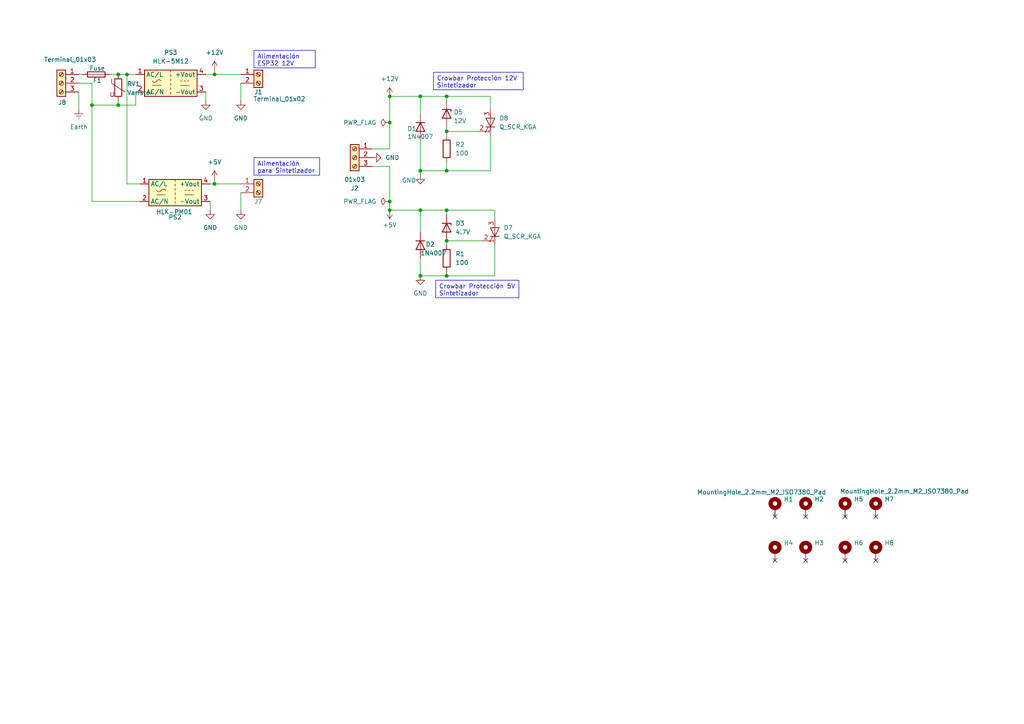
<source format=kicad_sch>
(kicad_sch (version 20250114) (generator "eeschema") (generator_version "9.0")
  (paper "A4")
  (lib_symbols
    (symbol "Connector:Screw_Terminal_01x02" (pin_names (offset 1.016) (hide yes))
      (property "Reference" "J" (at 0 2.54 0))
      (property "Value" "Screw_Terminal_01x02" (at 0 -5.08 0))
      (symbol "Screw_Terminal_01x02_1_1"
        (rectangle (start -1.27 1.27) (end 1.27 -3.81) (stroke (width 0.254)) (fill (type background)))
        (polyline (pts (xy -0.5334 0.3302) (xy 0.3302 -0.508)) (stroke (width 0.1524)))
        (polyline (pts (xy -0.5334 -2.2098) (xy 0.3302 -3.048)) (stroke (width 0.1524)))
        (polyline (pts (xy -0.3556 0.508) (xy 0.508 -0.3302)) (stroke (width 0.1524)))
        (polyline (pts (xy -0.3556 -2.032) (xy 0.508 -2.8702)) (stroke (width 0.1524)))
        (circle (center 0 0) (radius 0.635) (stroke (width 0.1524)))
        (circle (center 0 -2.54) (radius 0.635) (stroke (width 0.1524)))
        (pin passive line (at -5.08 0 0) (length 3.81) (name "Pin_1") (number "1"))
        (pin passive line (at -5.08 -2.54 0) (length 3.81) (name "Pin_2") (number "2"))
      )
    )
    (symbol "Connector:Screw_Terminal_01x03" (pin_names (offset 1.016) (hide yes))
      (property "Reference" "J" (at 0 5.08 0))
      (property "Value" "Screw_Terminal_01x03" (at 0 -5.08 0))
      (symbol "Screw_Terminal_01x03_1_1"
        (rectangle (start -1.27 3.81) (end 1.27 -3.81) (stroke (width 0.254)) (fill (type background)))
        (polyline (pts (xy -0.5334 2.8702) (xy 0.3302 2.032)) (stroke (width 0.1524)))
        (polyline (pts (xy -0.5334 0.3302) (xy 0.3302 -0.508)) (stroke (width 0.1524)))
        (polyline (pts (xy -0.5334 -2.2098) (xy 0.3302 -3.048)) (stroke (width 0.1524)))
        (polyline (pts (xy -0.3556 3.048) (xy 0.508 2.2098)) (stroke (width 0.1524)))
        (polyline (pts (xy -0.3556 0.508) (xy 0.508 -0.3302)) (stroke (width 0.1524)))
        (polyline (pts (xy -0.3556 -2.032) (xy 0.508 -2.8702)) (stroke (width 0.1524)))
        (circle (center 0 2.54) (radius 0.635) (stroke (width 0.1524)))
        (circle (center 0 0) (radius 0.635) (stroke (width 0.1524)))
        (circle (center 0 -2.54) (radius 0.635) (stroke (width 0.1524)))
        (pin passive line (at -5.08 2.54 0) (length 3.81) (name "Pin_1") (number "1"))
        (pin passive line (at -5.08 0 0) (length 3.81) (name "Pin_2") (number "2"))
        (pin passive line (at -5.08 -2.54 0) (length 3.81) (name "Pin_3") (number "3"))
      )
    )
    (symbol "Converter_ACDC:HLK-5M12"
      (property "Reference" "PS" (at 0 5.08 0))
      (property "Value" "HLK-5M12" (at 0 -5.08 0))
      (symbol "HLK-5M12_0_1"
        (rectangle (start -7.62 3.81) (end 7.62 -3.81) (stroke (width 0.254)) (fill (type background)))
        (polyline (pts (xy -5.334 -0.635) (xy -2.794 -0.635)))
        (arc (start -4.064 0.635) (mid -4.699 0.2495) (end -5.334 0.635))
        (arc (start -4.064 0.635) (mid -3.429 1.0072) (end -2.794 0.635))
        (polyline (pts (xy 0 3.81) (xy 0 3.175)))
        (polyline (pts (xy 0 2.54) (xy 0 1.905)))
        (polyline (pts (xy 0 1.27) (xy 0 0.635)))
        (polyline (pts (xy 0 0) (xy 0 -0.635)))
        (polyline (pts (xy 0 -1.27) (xy 0 -1.905)))
        (polyline (pts (xy 0 -2.54) (xy 0 -3.175)))
        (polyline (pts (xy 2.794 0.635) (xy 3.302 0.635)))
        (polyline (pts (xy 2.794 -0.635) (xy 5.334 -0.635)))
        (polyline (pts (xy 3.81 0.635) (xy 4.318 0.635)))
        (polyline (pts (xy 4.826 0.635) (xy 5.334 0.635)))
      )
      (symbol "HLK-5M12_1_1"
        (pin power_in line (at -10.16 2.54 0) (length 2.54) (name "AC/L") (number "1"))
        (pin power_in line (at -10.16 -2.54 0) (length 2.54) (name "AC/N") (number "2"))
        (pin power_out line (at 10.16 2.54 180) (length 2.54) (name "+Vout") (number "4"))
        (pin power_out line (at 10.16 -2.54 180) (length 2.54) (name "-Vout") (number "3"))
      )
    )
    (symbol "Converter_ACDC:HLK-PM01"
      (property "Reference" "PS" (at 0 5.08 0))
      (property "Value" "HLK-PM01" (at 0 -5.08 0))
      (symbol "HLK-PM01_0_1"
        (rectangle (start -7.62 3.81) (end 7.62 -3.81) (stroke (width 0.254)) (fill (type background)))
        (polyline (pts (xy -5.334 -0.635) (xy -2.794 -0.635)))
        (arc (start -4.064 0.635) (mid -4.699 0.2495) (end -5.334 0.635))
        (arc (start -4.064 0.635) (mid -3.429 1.0072) (end -2.794 0.635))
        (polyline (pts (xy 0 3.81) (xy 0 3.175)))
        (polyline (pts (xy 0 2.54) (xy 0 1.905)))
        (polyline (pts (xy 0 1.27) (xy 0 0.635)))
        (polyline (pts (xy 0 0) (xy 0 -0.635)))
        (polyline (pts (xy 0 -1.27) (xy 0 -1.905)))
        (polyline (pts (xy 0 -2.54) (xy 0 -3.175)))
        (polyline (pts (xy 2.794 0.635) (xy 3.302 0.635)))
        (polyline (pts (xy 2.794 -0.635) (xy 5.334 -0.635)))
        (polyline (pts (xy 3.81 0.635) (xy 4.318 0.635)))
        (polyline (pts (xy 4.826 0.635) (xy 5.334 0.635)))
      )
      (symbol "HLK-PM01_1_1"
        (pin power_in line (at -10.16 2.54 0) (length 2.54) (name "AC/L") (number "1"))
        (pin power_in line (at -10.16 -2.54 0) (length 2.54) (name "AC/N") (number "2"))
        (pin power_out line (at 10.16 2.54 180) (length 2.54) (name "+Vout") (number "4"))
        (pin power_out line (at 10.16 -2.54 180) (length 2.54) (name "-Vout") (number "3"))
      )
    )
    (symbol "Device:Fuse" (pin_numbers (hide yes)) (pin_names (offset 0))
      (property "Reference" "F" (at 2.032 0 90))
      (property "Value" "Fuse" (at -1.905 0 90))
      (symbol "Fuse_0_1"
        (rectangle (start -0.762 -2.54) (end 0.762 2.54) (stroke (width 0.254)))
        (polyline (pts (xy 0 2.54) (xy 0 -2.54)))
      )
      (symbol "Fuse_1_1"
        (pin passive line (at 0 3.81 270) (length 1.27) (name "~") (number "1"))
        (pin passive line (at 0 -3.81 90) (length 1.27) (name "~") (number "2"))
      )
    )
    (symbol "Device:Q_SCR_KGA" (pin_names (offset 0) (hide yes))
      (property "Reference" "D" (at 1.905 0.635 0))
      (property "Value" "Q_SCR_KGA" (at 1.905 -1.27 0))
      (symbol "Q_SCR_KGA_0_1"
        (polyline (pts (xy -1.27 1.27) (xy 1.27 1.27) (xy 0 -1.27) (xy -1.27 1.27)) (stroke (width 0.2032)))
        (polyline (pts (xy -1.27 -1.27) (xy 1.27 -1.27)) (stroke (width 0.2032)))
        (polyline (pts (xy -1.27 -2.54) (xy -0.635 -1.27)))
        (polyline (pts (xy 0 -2.54) (xy 0 2.54)))
      )
      (symbol "Q_SCR_KGA_1_1"
        (pin input line (at -3.81 -2.54 0) (length 2.54) (name "G") (number "2"))
        (pin passive line (at 0 3.81 270) (length 2.54) (name "A") (number "3"))
        (pin passive line (at 0 -3.81 90) (length 2.54) (name "K") (number "1"))
      )
    )
    (symbol "Device:R" (pin_numbers (hide yes)) (pin_names (offset 0))
      (property "Reference" "R" (at 2.032 0 90))
      (property "Value" "R" (at 0 0 90))
      (symbol "R_0_1"
        (rectangle (start -1.016 -2.54) (end 1.016 2.54) (stroke (width 0.254)))
      )
      (symbol "R_1_1"
        (pin passive line (at 0 3.81 270) (length 1.27) (name "~") (number "1"))
        (pin passive line (at 0 -3.81 90) (length 1.27) (name "~") (number "2"))
      )
    )
    (symbol "Device:Varistor" (pin_numbers (hide yes)) (pin_names (offset 0))
      (property "Reference" "RV" (at 3.175 0 90))
      (property "Value" "Varistor" (at -3.175 0 90))
      (symbol "Varistor_0_0"
        (text "U" (at -1.778 -2.032 0) (effects (font (size 1.27 1.27))))
      )
      (symbol "Varistor_0_1"
        (polyline (pts (xy -1.905 2.54) (xy -1.905 1.27) (xy 1.905 -1.27)))
        (rectangle (start -1.016 -2.54) (end 1.016 2.54) (stroke (width 0.254)))
      )
      (symbol "Varistor_1_1"
        (pin passive line (at 0 3.81 270) (length 1.27) (name "~") (number "1"))
        (pin passive line (at 0 -3.81 90) (length 1.27) (name "~") (number "2"))
      )
    )
    (symbol "Diode:1N4007" (pin_numbers (hide yes)) (pin_names (hide yes))
      (property "Reference" "D" (at 0 2.54 0))
      (property "Value" "1N4007" (at 0 -2.54 0))
      (symbol "1N4007_0_1"
        (polyline (pts (xy -1.27 1.27) (xy -1.27 -1.27)) (stroke (width 0.254)))
        (polyline (pts (xy 1.27 1.27) (xy 1.27 -1.27) (xy -1.27 0) (xy 1.27 1.27)) (stroke (width 0.254)))
        (polyline (pts (xy 1.27 0) (xy -1.27 0)))
      )
      (symbol "1N4007_1_1"
        (pin passive line (at -3.81 0 0) (length 2.54) (name "K") (number "1"))
        (pin passive line (at 3.81 0 180) (length 2.54) (name "A") (number "2"))
      )
    )
    (symbol "Diode:1N47xxA" (pin_numbers (hide yes)) (pin_names (hide yes))
      (property "Reference" "D" (at 0 2.54 0))
      (property "Value" "1N47xxA" (at 0 -2.54 0))
      (symbol "1N47xxA_0_1"
        (polyline (pts (xy -1.27 -1.27) (xy -1.27 1.27) (xy -0.762 1.27)) (stroke (width 0.254)))
        (polyline (pts (xy 1.27 0) (xy -1.27 0)))
        (polyline (pts (xy 1.27 -1.27) (xy 1.27 1.27) (xy -1.27 0) (xy 1.27 -1.27)) (stroke (width 0.254)))
      )
      (symbol "1N47xxA_1_1"
        (pin passive line (at -3.81 0 0) (length 2.54) (name "K") (number "1"))
        (pin passive line (at 3.81 0 180) (length 2.54) (name "A") (number "2"))
      )
    )
    (symbol "Diode:BZV55C12" (pin_numbers (hide yes)) (pin_names (hide yes))
      (property "Reference" "D" (at 0 2.54 0))
      (property "Value" "BZV55C12" (at 0 -2.54 0))
      (symbol "BZV55C12_0_1"
        (polyline (pts (xy -1.27 -1.27) (xy -1.27 1.27) (xy -0.762 1.27)) (stroke (width 0.254)))
        (polyline (pts (xy 1.27 0) (xy -1.27 0)))
        (polyline (pts (xy 1.27 -1.27) (xy 1.27 1.27) (xy -1.27 0) (xy 1.27 -1.27)) (stroke (width 0.254)))
      )
      (symbol "BZV55C12_1_1"
        (pin passive line (at -3.81 0 0) (length 2.54) (name "K") (number "1"))
        (pin passive line (at 3.81 0 180) (length 2.54) (name "A") (number "2"))
      )
    )
    (symbol "Mechanical:MountingHole_Pad" (pin_numbers (hide yes)) (pin_names (offset 1.016) (hide yes)) (in_bom no)
      (property "Reference" "H" (at 0 6.35 0))
      (property "Value" "MountingHole_Pad" (at 0 4.445 0))
      (symbol "MountingHole_Pad_0_1"
        (circle (center 0 1.27) (radius 1.27) (stroke (width 1.27)))
      )
      (symbol "MountingHole_Pad_1_1"
        (pin input line (at 0 -2.54 90) (length 2.54) (name "1") (number "1"))
      )
    )
    (symbol "power:+12V" (power) (pin_numbers (hide yes)) (pin_names (offset 0) (hide yes))
      (property "Value" "+12V" (at 0 3.556 0))
      (symbol "+12V_0_1"
        (polyline (pts (xy -0.762 1.27) (xy 0 2.54)))
        (polyline (pts (xy 0 2.54) (xy 0.762 1.27)))
        (polyline (pts (xy 0 0) (xy 0 2.54)))
      )
      (symbol "+12V_1_1"
        (pin power_in line (at 0 0 90) (length 0) (name "~") (number "1"))
      )
    )
    (symbol "power:+5V" (power) (pin_numbers (hide yes)) (pin_names (offset 0) (hide yes))
      (property "Value" "+5V" (at 0 3.556 0))
      (symbol "+5V_0_1"
        (polyline (pts (xy -0.762 1.27) (xy 0 2.54)))
        (polyline (pts (xy 0 2.54) (xy 0.762 1.27)))
        (polyline (pts (xy 0 0) (xy 0 2.54)))
      )
      (symbol "+5V_1_1"
        (pin power_in line (at 0 0 90) (length 0) (name "~") (number "1"))
      )
    )
    (symbol "power:Earth" (power) (pin_numbers (hide yes)) (pin_names (offset 0) (hide yes))
      (property "Value" "Earth" (at 0 -3.81 0))
      (symbol "Earth_0_1"
        (polyline (pts (xy -0.635 -1.905) (xy 0.635 -1.905)))
        (polyline (pts (xy -0.127 -2.54) (xy 0.127 -2.54)))
        (polyline (pts (xy 0 -1.27) (xy 0 0)))
        (polyline (pts (xy 1.27 -1.27) (xy -1.27 -1.27)))
      )
      (symbol "Earth_1_1"
        (pin power_in line (at 0 0 270) (length 0) (name "~") (number "1"))
      )
    )
    (symbol "power:GND" (power) (pin_numbers (hide yes)) (pin_names (offset 0) (hide yes))
      (property "Value" "GND" (at 0 -3.81 0))
      (symbol "GND_0_1"
        (polyline (pts (xy 0 0) (xy 0 -1.27) (xy 1.27 -1.27) (xy 0 -2.54) (xy -1.27 -1.27) (xy 0 -1.27)))
      )
      (symbol "GND_1_1"
        (pin power_in line (at 0 0 270) (length 0) (name "~") (number "1"))
      )
    )
    (symbol "power:PWR_FLAG" (power) (pin_numbers (hide yes)) (pin_names (offset 0) (hide yes))
      (property "Value" "PWR_FLAG" (at 0 3.81 0))
      (symbol "PWR_FLAG_0_0"
        (pin power_out line (at 0 0 90) (length 0) (name "~") (number "1"))
      )
      (symbol "PWR_FLAG_0_1"
        (polyline (pts (xy 0 0) (xy 0 1.27) (xy -1.016 1.905) (xy 0 2.54) (xy 1.016 1.905) (xy 0 1.27)))
      )
    )
  )
  (text_box "Crowbar Protección 5V Sintetizador" (at 126.365 81.28 0) (size 24.13 5.08) (margins 0.9525 0.9525 0.9525 0.9525) (effects (font (size 1.27 1.27)) (justify left top)))
  (text_box "Alimentación para Sintetizador" (at 73.66 45.72 0) (size 19.05 5.08) (margins 0.9525 0.9525 0.9525 0.9525) (effects (font (size 1.27 1.27)) (justify left top)))
  (text_box "Crowbar Protección 12V Sintetizador" (at 125.73 20.955 0) (size 26.035 5.08) (margins 0.9525 0.9525 0.9525 0.9525) (effects (font (size 1.27 1.27)) (justify left top)))
  (text_box "Alimentación ESP32 12V" (at 73.66 14.605 0) (size 17.78 5.08) (margins 0.9525 0.9525 0.9525 0.9525) (effects (font (size 1.27 1.27)) (justify left top)))
  (junction (at 62.23 21.59))
  (junction (at 129.54 38.1))
  (junction (at 113.03 58.42))
  (junction (at 121.92 80.01))
  (junction (at 121.92 60.96))
  (junction (at 121.92 49.53))
  (junction (at 113.03 60.96))
  (junction (at 121.92 27.94))
  (junction (at 113.03 35.56))
  (junction (at 62.23 53.34))
  (junction (at 34.29 30.48))
  (junction (at 36.83 21.59))
  (junction (at 129.54 69.85))
  (junction (at 129.54 80.01))
  (junction (at 113.03 27.94))
  (junction (at 34.29 21.59))
  (junction (at 129.54 27.94))
  (junction (at 129.54 60.96))
  (junction (at 26.67 30.48))
  (junction (at 129.54 49.53))
  (no_connect (at 233.68 149.86))
  (no_connect (at 254 162.56))
  (no_connect (at 245.11 162.56))
  (no_connect (at 224.79 162.56))
  (no_connect (at 233.68 162.56))
  (no_connect (at 245.11 149.86))
  (no_connect (at 224.79 149.86))
  (no_connect (at 254 149.86))
  (wire (pts (xy 62.23 21.59) (xy 69.85 21.59)))
  (wire (pts (xy 36.83 21.59) (xy 39.37 21.59)))
  (wire (pts (xy 60.96 53.34) (xy 62.23 53.34)))
  (wire (pts (xy 69.85 24.13) (xy 69.85 29.21)))
  (wire (pts (xy 121.92 60.96) (xy 129.54 60.96)))
  (wire (pts (xy 31.75 21.59) (xy 34.29 21.59)))
  (wire (pts (xy 22.86 24.13) (xy 26.67 24.13)))
  (wire (pts (xy 113.03 58.42) (xy 113.03 48.26)))
  (wire (pts (xy 113.03 35.56) (xy 113.03 27.94)))
  (wire (pts (xy 62.23 52.07) (xy 62.23 53.34)))
  (wire (pts (xy 129.54 38.1) (xy 138.43 38.1)))
  (wire (pts (xy 121.92 49.53) (xy 121.92 50.8)))
  (wire (pts (xy 107.95 43.18) (xy 113.03 43.18)))
  (wire (pts (xy 143.51 71.12) (xy 143.51 80.01)))
  (wire (pts (xy 113.03 60.96) (xy 113.03 58.42)))
  (wire (pts (xy 129.54 36.83) (xy 129.54 38.1)))
  (wire (pts (xy 39.37 26.67) (xy 39.37 30.48)))
  (wire (pts (xy 69.85 55.88) (xy 69.85 60.96)))
  (wire (pts (xy 121.92 60.96) (xy 121.92 67.31)))
  (wire (pts (xy 121.92 27.94) (xy 129.54 27.94)))
  (wire (pts (xy 143.51 60.96) (xy 143.51 63.5)))
  (wire (pts (xy 129.54 29.21) (xy 129.54 27.94)))
  (wire (pts (xy 142.24 39.37) (xy 142.24 49.53)))
  (wire (pts (xy 113.03 60.96) (xy 121.92 60.96)))
  (wire (pts (xy 36.83 53.34) (xy 40.64 53.34)))
  (wire (pts (xy 39.37 30.48) (xy 34.29 30.48)))
  (wire (pts (xy 129.54 60.96) (xy 143.51 60.96)))
  (wire (pts (xy 59.69 26.67) (xy 59.69 29.21)))
  (wire (pts (xy 142.24 27.94) (xy 142.24 31.75)))
  (wire (pts (xy 129.54 38.1) (xy 129.54 39.37)))
  (wire (pts (xy 121.92 27.94) (xy 121.92 33.02)))
  (wire (pts (xy 34.29 29.21) (xy 34.29 30.48)))
  (wire (pts (xy 26.67 24.13) (xy 26.67 30.48)))
  (wire (pts (xy 121.92 40.64) (xy 121.92 49.53)))
  (wire (pts (xy 121.92 49.53) (xy 129.54 49.53)))
  (wire (pts (xy 26.67 58.42) (xy 40.64 58.42)))
  (wire (pts (xy 129.54 80.01) (xy 129.54 78.74)))
  (wire (pts (xy 34.29 21.59) (xy 36.83 21.59)))
  (wire (pts (xy 60.96 58.42) (xy 60.96 60.96)))
  (wire (pts (xy 129.54 27.94) (xy 142.24 27.94)))
  (wire (pts (xy 113.03 35.56) (xy 113.03 43.18)))
  (wire (pts (xy 59.69 21.59) (xy 62.23 21.59)))
  (wire (pts (xy 24.13 21.59) (xy 22.86 21.59)))
  (wire (pts (xy 62.23 53.34) (xy 69.85 53.34)))
  (wire (pts (xy 129.54 69.85) (xy 129.54 71.12)))
  (wire (pts (xy 129.54 49.53) (xy 142.24 49.53)))
  (wire (pts (xy 129.54 46.99) (xy 129.54 49.53)))
  (wire (pts (xy 26.67 30.48) (xy 34.29 30.48)))
  (wire (pts (xy 36.83 21.59) (xy 36.83 53.34)))
  (wire (pts (xy 22.86 26.67) (xy 22.86 31.75)))
  (wire (pts (xy 121.92 74.93) (xy 121.92 80.01)))
  (wire (pts (xy 129.54 80.01) (xy 143.51 80.01)))
  (wire (pts (xy 113.03 27.94) (xy 121.92 27.94)))
  (wire (pts (xy 113.03 48.26) (xy 107.95 48.26)))
  (wire (pts (xy 62.23 20.32) (xy 62.23 21.59)))
  (wire (pts (xy 129.54 80.01) (xy 121.92 80.01)))
  (wire (pts (xy 26.67 30.48) (xy 26.67 58.42)))
  (wire (pts (xy 129.54 69.85) (xy 139.7 69.85)))
  (wire (pts (xy 129.54 62.23) (xy 129.54 60.96)))
  (symbol (lib_id "power:GND") (at 107.95 45.72 90) (unit 1)
    (property "Reference" "#PWR012" (effects (hide yes)))
    (property "Value" "GND" (at 111.76 45.7199 90) (effects (justify right)))
    (property "Description" "Power symbol creates a global label with name \"GND\" , ground" (effects (hide yes)))
  )
  (symbol (lib_id "Mechanical:MountingHole_Pad") (at 224.79 160.02 0) (unit 1) (in_bom no)
    (property "Reference" "H4" (at 227.33 157.4799 0) (effects (justify left)))
    (property "Value" "MountingHole_2.2mm_M2_ISO7380_Pad" (effects (hide yes)))
    (property "Footprint" "MountingHole:MountingHole_2.2mm_M2_ISO7380_Pad" (effects (hide yes)))
  )
  (symbol (lib_id "Diode:1N47xxA") (at 129.54 66.04 270) (unit 1)
    (property "Reference" "D3" (at 132.08 64.7699 90) (effects (justify left)))
    (property "Value" "4.7V" (at 132.08 67.3099 90) (effects (justify left)))
    (property "Footprint" "Diode_THT:D_DO-41_SOD81_P10.16mm_Horizontal" (effects (hide yes)))
    (property "Datasheet" "https://www.vishay.com/docs/85816/1n4728a.pdf" (effects (hide yes)))
    (property "Description" "1300mW Silicon planar power Zener diodes, DO-41" (effects (hide yes)))
  )
  (symbol (lib_id "Mechanical:MountingHole_Pad") (at 224.79 147.32 0) (unit 1) (in_bom no)
    (property "Reference" "H1" (at 227.33 144.7799 0) (effects (justify left)))
    (property "Value" "MountingHole_2.2mm_M2_ISO7380_Pad" (effects (hide yes)))
    (property "Footprint" "MountingHole:MountingHole_2.2mm_M2_ISO7380_Pad" (effects (hide yes)))
  )
  (symbol (lib_id "power:PWR_FLAG") (at 113.03 35.56 90) (unit 1)
    (property "Reference" "#FLG01" (effects (hide yes)))
    (property "Value" "PWR_FLAG" (at 109.22 35.5599 90) (effects (justify left)))
    (property "Description" "Special symbol for telling ERC where power comes from" (effects (hide yes)))
  )
  (symbol (lib_id "power:+12V") (at 113.03 27.94 0) (unit 1)
    (property "Reference" "#PWR06" (effects (hide yes)))
    (property "Value" "+12V" (at 113.03 22.86 0))
    (property "Description" "Power symbol creates a global label with name \"+12V\"" (effects (hide yes)))
  )
  (symbol (lib_id "Connector:Screw_Terminal_01x03") (at 102.87 45.72 0) (mirror y) (unit 1)
    (property "Reference" "J2" (at 102.87 54.61 0))
    (property "Value" "01x03" (at 102.87 52.07 0))
    (property "Footprint" "TerminalBlock:TerminalBlock_MaiXu_MX126-5.0-03P_1x03_P5.00mm" (effects (hide yes)))
    (property "Description" "Generic screw terminal, single row, 01x03, script generated (kicad-library-utils/schlib/autogen/connector/)" (effects (hide yes)))
  )
  (symbol (lib_id "Mechanical:MountingHole_Pad") (at 245.11 147.32 0) (unit 1) (in_bom no)
    (property "Reference" "H5" (at 247.65 144.7799 0) (effects (justify left)))
    (property "Value" "MountingHole_2.2mm_M2_ISO7380_Pad" (effects (hide yes)))
    (property "Footprint" "MountingHole:MountingHole_2.2mm_M2_ISO7380_Pad" (effects (hide yes)))
  )
  (symbol (lib_id "Converter_ACDC:HLK-PM01") (at 50.8 55.88 0) (unit 1)
    (property "Reference" "PS2" (at 50.8 62.992 0))
    (property "Value" "HLK-PM01" (at 50.546 61.468 0))
    (property "Footprint" "Converter_ACDC:Converter_ACDC_Hi-Link_HLK-PMxx" (effects (hide yes)))
    (property "Datasheet" "https://h.hlktech.com/download/ACDC%E7%94%B5%E6%BA%90%E6%A8%A1%E5%9D%973W%E7%B3%BB%E5%88%97/1/%E6%B5%B7%E5%87%8C%E7%A7%913W%E7%B3%BB%E5%88%97%E7%94%B5%E6%BA%90%E6%A8%A1%E5%9D%97%E8%A7%84%E6%A0%BC%E4%B9%A6V2.8.pdf" (effects (hide yes)))
    (property "Description" "Compact AC/DC board mount power module 3W 5V" (effects (hide yes)))
  )
  (symbol (lib_id "power:GND") (at 121.92 80.01 0) (unit 1)
    (property "Reference" "#PWR05" (effects (hide yes)))
    (property "Value" "GND" (at 121.92 85.09 0))
    (property "Description" "Power symbol creates a global label with name \"GND\" , ground" (effects (hide yes)))
  )
  (symbol (lib_id "Mechanical:MountingHole_Pad") (at 233.68 147.32 0) (unit 1) (in_bom no)
    (property "Reference" "H2" (at 236.22 144.7799 0) (effects (justify left)))
    (property "Value" "MountingHole_2.2mm_M2_ISO7380_Pad" (at 202.184 142.748 0) (effects (justify left)))
    (property "Footprint" "MountingHole:MountingHole_2.2mm_M2_ISO7380_Pad" (effects (hide yes)))
  )
  (symbol (lib_id "Mechanical:MountingHole_Pad") (at 254 160.02 0) (unit 1) (in_bom no)
    (property "Reference" "H8" (at 256.54 157.4799 0) (effects (justify left)))
    (property "Value" "MountingHole_2.2mm_M2_ISO7380_Pad" (effects (hide yes)))
    (property "Footprint" "MountingHole:MountingHole_2.2mm_M2_ISO7380_Pad" (effects (hide yes)))
  )
  (symbol (lib_id "power:+5V") (at 62.23 52.07 0) (unit 1)
    (property "Reference" "#PWR02" (effects (hide yes)))
    (property "Value" "+5V" (at 62.23 46.99 0))
    (property "Description" "Power symbol creates a global label with name \"+5V\"" (effects (hide yes)))
  )
  (symbol (lib_id "power:GND") (at 121.92 50.8 0) (unit 1)
    (property "Reference" "#PWR07" (effects (hide yes)))
    (property "Value" "GND" (at 118.618 52.324 0))
    (property "Description" "Power symbol creates a global label with name \"GND\" , ground" (effects (hide yes)))
  )
  (symbol (lib_id "power:GND") (at 69.85 60.96 0) (unit 1)
    (property "Reference" "#PWR010" (effects (hide yes)))
    (property "Value" "GND" (at 69.85 66.04 0))
    (property "Description" "Power symbol creates a global label with name \"GND\" , ground" (effects (hide yes)))
  )
  (symbol (lib_id "Device:R") (at 129.54 74.93 0) (unit 1)
    (property "Reference" "R1" (at 132.08 73.6599 0) (effects (justify left)))
    (property "Value" "100" (at 132.08 76.1999 0) (effects (justify left)))
    (property "Footprint" "Resistor_THT:R_Axial_DIN0207_L6.3mm_D2.5mm_P10.16mm_Horizontal" (effects (hide yes)))
    (property "Description" "Resistor" (effects (hide yes)))
  )
  (symbol (lib_id "Diode:1N4007") (at 121.92 71.12 270) (unit 1)
    (property "Reference" "D2" (at 123.444 70.866 90) (effects (justify left)))
    (property "Value" "1N4007" (at 121.92 73.406 90) (effects (justify left)))
    (property "Footprint" "Diode_THT:D_DO-41_SOD81_P10.16mm_Horizontal" (effects (hide yes)))
    (property "Datasheet" "http://www.vishay.com/docs/88503/1n4001.pdf" (effects (hide yes)))
    (property "Description" "1000V 1A General Purpose Rectifier Diode, DO-41" (effects (hide yes)))
    (property "Sim.Device" "D" (effects (hide yes)))
    (property "Sim.Pins" "1=K 2=A" (effects (hide yes)))
  )
  (symbol (lib_id "Diode:1N4007") (at 121.92 36.83 270) (unit 1)
    (property "Reference" "D1" (at 118.11 37.338 90) (effects (justify left)))
    (property "Value" "1N4007" (at 118.11 39.624 90) (effects (justify left)))
    (property "Footprint" "Diode_THT:D_DO-41_SOD81_P10.16mm_Horizontal" (effects (hide yes)))
    (property "Datasheet" "http://www.vishay.com/docs/88503/1n4001.pdf" (effects (hide yes)))
    (property "Description" "1000V 1A General Purpose Rectifier Diode, DO-41" (effects (hide yes)))
    (property "Sim.Device" "D" (effects (hide yes)))
    (property "Sim.Pins" "1=K 2=A" (effects (hide yes)))
  )
  (symbol (lib_id "Device:Q_SCR_KGA") (at 143.51 67.31 0) (unit 1)
    (property "Reference" "D7" (at 146.05 66.0399 0) (effects (justify left)))
    (property "Value" "Q_SCR_KGA" (at 146.05 68.5799 0) (effects (justify left)))
    (property "Footprint" "Package_TO_SOT_THT:TO-92_Wide" (effects (hide yes)))
    (property "Description" "Silicon controlled rectifier, cathode/gate/anode" (effects (hide yes)))
  )
  (symbol (lib_id "power:+5V") (at 113.03 60.96 180) (unit 1)
    (property "Reference" "#PWR04" (effects (hide yes)))
    (property "Value" "+5V" (at 113.03 65.278 0))
    (property "Description" "Power symbol creates a global label with name \"+5V\"" (effects (hide yes)))
  )
  (symbol (lib_id "Converter_ACDC:HLK-5M12") (at 49.53 24.13 0) (unit 1)
    (property "Reference" "PS3" (at 49.53 15.24 0))
    (property "Value" "HLK-5M12" (at 49.53 17.78 0))
    (property "Footprint" "Converter_ACDC:Converter_ACDC_Hi-Link_HLK-5Mxx" (effects (hide yes)))
    (property "Datasheet" "http://h.hlktech.com/download/ACDC%E7%94%B5%E6%BA%90%E6%A8%A1%E5%9D%975W%E7%B3%BB%E5%88%97/1/%E6%B5%B7%E5%87%8C%E7%A7%915W%E7%B3%BB%E5%88%97%E7%94%B5%E6%BA%90%E6%A8%A1%E5%9D%97%E8%A7%84%E6%A0%BC%E4%B9%A6V2.8.pdf" (effects (hide yes)))
    (property "Description" "Compact AC/DC board mount power module 5W, 12V 0.420A" (effects (hide yes)))
  )
  (symbol (lib_id "power:GND") (at 59.69 29.21 0) (unit 1)
    (property "Reference" "#PWR01" (effects (hide yes)))
    (property "Value" "GND" (at 59.69 34.29 0))
    (property "Description" "Power symbol creates a global label with name \"GND\" , ground" (effects (hide yes)))
  )
  (symbol (lib_id "power:Earth") (at 22.86 31.75 0) (unit 1)
    (property "Reference" "#PWR011" (effects (hide yes)))
    (property "Value" "Earth" (at 22.86 36.83 0))
    (property "Description" "Power symbol creates a global label with name \"Earth\"" (effects (hide yes)))
  )
  (symbol (lib_id "Diode:BZV55C12") (at 129.54 33.02 270) (unit 1)
    (property "Reference" "D5" (at 131.572 32.512 90) (effects (justify left)))
    (property "Value" "12V" (at 131.572 35.052 90) (effects (justify left)))
    (property "Footprint" "Diode_THT:D_DO-41_SOD81_P10.16mm_Horizontal" (effects (hide yes)))
    (property "Datasheet" "https://assets.nexperia.com/documents/data-sheet/BZV55_SER.pdf" (effects (hide yes)))
    (property "Description" "12V, 500mW, 5%, Zener diode, MiniMELF" (effects (hide yes)))
  )
  (symbol (lib_id "Mechanical:MountingHole_Pad") (at 254 147.32 0) (unit 1) (in_bom no)
    (property "Reference" "H7" (at 256.54 144.7799 0) (effects (justify left)))
    (property "Value" "MountingHole_2.2mm_M2_ISO7380_Pad" (at 243.586 142.494 0) (effects (justify left)))
    (property "Footprint" "MountingHole:MountingHole_2.2mm_M2_ISO7380_Pad" (effects (hide yes)))
  )
  (symbol (lib_id "Device:Q_SCR_KGA") (at 142.24 35.56 0) (unit 1)
    (property "Reference" "D8" (at 144.78 34.2899 0) (effects (justify left)))
    (property "Value" "Q_SCR_KGA" (at 144.78 36.8299 0) (effects (justify left)))
    (property "Footprint" "Package_TO_SOT_THT:TO-92L_Wide" (effects (hide yes)))
    (property "Description" "Silicon controlled rectifier, cathode/gate/anode" (effects (hide yes)))
  )
  (symbol (lib_id "Device:Varistor") (at 34.29 25.4 0) (unit 1)
    (property "Reference" "RV1" (at 36.83 24.3232 0) (effects (justify left)))
    (property "Value" "Varistor" (at 36.83 26.8632 0) (effects (justify left)))
    (property "Footprint" "Varistor:RV_Disc_D12mm_W4.2mm_P7.5mm" (effects (hide yes)))
    (property "Description" "Voltage dependent resistor" (effects (hide yes)))
    (property "Sim.Name" "kicad_builtin_varistor" (effects (hide yes)))
    (property "Sim.Device" "SUBCKT" (effects (hide yes)))
    (property "Sim.Pins" "1=A 2=B" (effects (hide yes)))
    (property "Sim.Params" "threshold=1k" (effects (hide yes)))
    (property "Sim.Library" "${KICAD9_SYMBOL_DIR}/Simulation_SPICE.sp" (effects (hide yes)))
  )
  (symbol (lib_id "Device:R") (at 129.54 43.18 0) (unit 1)
    (property "Reference" "R2" (at 132.08 41.9099 0) (effects (justify left)))
    (property "Value" "100" (at 132.08 44.4499 0) (effects (justify left)))
    (property "Footprint" "Resistor_THT:R_Axial_DIN0207_L6.3mm_D2.5mm_P10.16mm_Horizontal" (effects (hide yes)))
    (property "Description" "Resistor" (effects (hide yes)))
  )
  (symbol (lib_id "Connector:Screw_Terminal_01x03") (at 17.78 24.13 0) (mirror y) (unit 1)
    (property "Reference" "J8" (at 18.034 29.718 0))
    (property "Value" "Terminal_01x03" (at 20.32 17.272 0))
    (property "Footprint" "TerminalBlock:TerminalBlock_MaiXu_MX126-5.0-03P_1x03_P5.00mm" (effects (hide yes)))
    (property "Description" "Generic screw terminal, single row, 01x03, script generated (kicad-library-utils/schlib/autogen/connector/)" (effects (hide yes)))
  )
  (symbol (lib_id "power:+12V") (at 62.23 20.32 0) (unit 1)
    (property "Reference" "#PWR03" (effects (hide yes)))
    (property "Value" "+12V" (at 62.23 15.24 0))
    (property "Description" "Power symbol creates a global label with name \"+12V\"" (effects (hide yes)))
  )
  (symbol (lib_id "power:PWR_FLAG") (at 113.03 58.42 90) (unit 1)
    (property "Reference" "#FLG02" (effects (hide yes)))
    (property "Value" "PWR_FLAG" (at 109.22 58.4199 90) (effects (justify left)))
    (property "Description" "Special symbol for telling ERC where power comes from" (effects (hide yes)))
  )
  (symbol (lib_id "Mechanical:MountingHole_Pad") (at 233.68 160.02 0) (unit 1) (in_bom no)
    (property "Reference" "H3" (at 236.22 157.4799 0) (effects (justify left)))
    (property "Value" "MountingHole_2.2mm_M2_ISO7380_Pad" (effects (hide yes)))
    (property "Footprint" "MountingHole:MountingHole_2.2mm_M2_ISO7380_Pad" (effects (hide yes)))
  )
  (symbol (lib_id "power:GND") (at 69.85 29.21 0) (unit 1)
    (property "Reference" "#PWR08" (effects (hide yes)))
    (property "Value" "GND" (at 69.85 34.29 0))
    (property "Description" "Power symbol creates a global label with name \"GND\" , ground" (effects (hide yes)))
  )
  (symbol (lib_id "Device:Fuse") (at 27.94 21.59 90) (unit 1)
    (property "Reference" "F1" (at 28.194 23.368 90))
    (property "Value" "Fuse" (at 28.194 19.812 90))
    (property "Footprint" "Fuse:Fuseholder_Cylinder-5x20mm_Schurter_0031_8201_Horizontal_Open" (effects (hide yes)))
    (property "Description" "Fuse" (effects (hide yes)))
  )
  (symbol (lib_id "power:GND") (at 60.96 60.96 0) (unit 1)
    (property "Reference" "#PWR09" (effects (hide yes)))
    (property "Value" "GND" (at 60.96 66.04 0))
    (property "Description" "Power symbol creates a global label with name \"GND\" , ground" (effects (hide yes)))
  )
  (symbol (lib_id "Connector:Screw_Terminal_01x02") (at 74.93 21.59 0) (unit 1)
    (property "Reference" "J1" (at 74.93 26.67 0))
    (property "Value" "Terminal_01x02" (at 81.026 28.702 0))
    (property "Footprint" "TerminalBlock_MetzConnect:TerminalBlock_MetzConnect_Type011_RT05502HBLC_1x02_P5.00mm_Horizontal" (effects (hide yes)))
    (property "Description" "Generic screw terminal, single row, 01x02, script generated (kicad-library-utils/schlib/autogen/connector/)" (effects (hide yes)))
  )
  (symbol (lib_id "Mechanical:MountingHole_Pad") (at 245.11 160.02 0) (unit 1) (in_bom no)
    (property "Reference" "H6" (at 247.65 157.4799 0) (effects (justify left)))
    (property "Value" "MountingHole_2.2mm_M2_ISO7380_Pad" (effects (hide yes)))
    (property "Footprint" "MountingHole:MountingHole_2.2mm_M2_ISO7380_Pad" (effects (hide yes)))
  )
  (symbol (lib_id "Connector:Screw_Terminal_01x02") (at 74.93 53.34 0) (unit 1)
    (property "Reference" "J7" (at 74.93 58.42 0))
    (property "Value" "Terminal_01x02" (effects (hide yes)))
    (property "Footprint" "TerminalBlock_MetzConnect:TerminalBlock_MetzConnect_Type011_RT05502HBLC_1x02_P5.00mm_Horizontal" (effects (hide yes)))
    (property "Description" "Generic screw terminal, single row, 01x02, script generated (kicad-library-utils/schlib/autogen/connector/)" (effects (hide yes)))
  )
)
</source>
